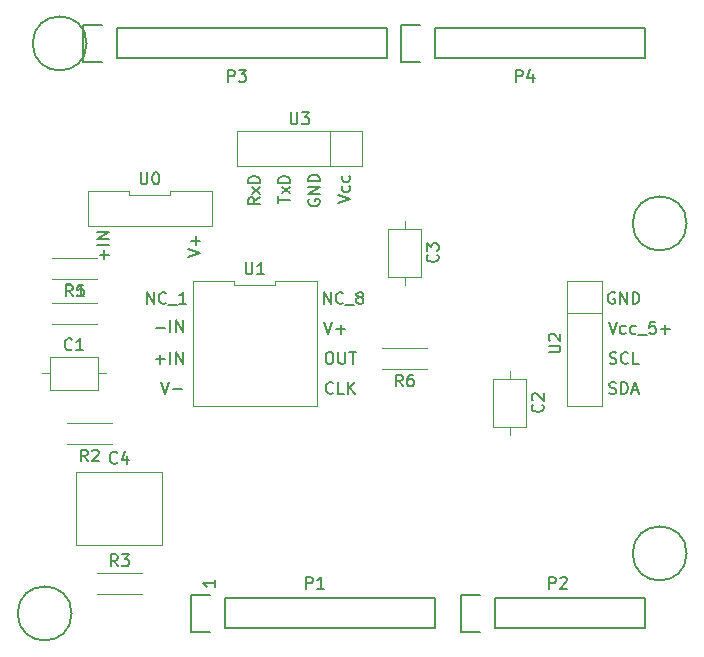
<source format=gbr>
G04 #@! TF.GenerationSoftware,KiCad,Pcbnew,(5.1.2)-2*
G04 #@! TF.CreationDate,2021-03-05T17:10:51+01:00*
G04 #@! TF.ProjectId,capteur,63617074-6575-4722-9e6b-696361645f70,rev?*
G04 #@! TF.SameCoordinates,Original*
G04 #@! TF.FileFunction,Legend,Top*
G04 #@! TF.FilePolarity,Positive*
%FSLAX46Y46*%
G04 Gerber Fmt 4.6, Leading zero omitted, Abs format (unit mm)*
G04 Created by KiCad (PCBNEW (5.1.2)-2) date 2021-03-05 17:10:51*
%MOMM*%
%LPD*%
G04 APERTURE LIST*
%ADD10C,0.150000*%
%ADD11C,0.120000*%
G04 APERTURE END LIST*
D10*
X139390380Y-120999285D02*
X139390380Y-121570714D01*
X139390380Y-121285000D02*
X138390380Y-121285000D01*
X138533238Y-121380238D01*
X138628476Y-121475476D01*
X138676095Y-121570714D01*
D11*
X149098000Y-85955000D02*
X149098000Y-82955000D01*
X151868000Y-82955000D02*
X151868000Y-85955000D01*
X141248000Y-82955000D02*
X151868000Y-82955000D01*
X141248000Y-85955000D02*
X141248000Y-82955000D01*
X151868000Y-85955000D02*
X141248000Y-85955000D01*
D10*
X140208000Y-125095000D02*
X157988000Y-125095000D01*
X157988000Y-125095000D02*
X157988000Y-122555000D01*
X157988000Y-122555000D02*
X140208000Y-122555000D01*
X137388000Y-125375000D02*
X138938000Y-125375000D01*
X140208000Y-125095000D02*
X140208000Y-122555000D01*
X138938000Y-122275000D02*
X137388000Y-122275000D01*
X137388000Y-122275000D02*
X137388000Y-125375000D01*
X163068000Y-125095000D02*
X175768000Y-125095000D01*
X175768000Y-125095000D02*
X175768000Y-122555000D01*
X175768000Y-122555000D02*
X163068000Y-122555000D01*
X160248000Y-125375000D02*
X161798000Y-125375000D01*
X163068000Y-125095000D02*
X163068000Y-122555000D01*
X161798000Y-122275000D02*
X160248000Y-122275000D01*
X160248000Y-122275000D02*
X160248000Y-125375000D01*
X131064000Y-76835000D02*
X153924000Y-76835000D01*
X153924000Y-76835000D02*
X153924000Y-74295000D01*
X153924000Y-74295000D02*
X131064000Y-74295000D01*
X128244000Y-77115000D02*
X129794000Y-77115000D01*
X131064000Y-76835000D02*
X131064000Y-74295000D01*
X129794000Y-74015000D02*
X128244000Y-74015000D01*
X128244000Y-74015000D02*
X128244000Y-77115000D01*
X157988000Y-76835000D02*
X175768000Y-76835000D01*
X175768000Y-76835000D02*
X175768000Y-74295000D01*
X175768000Y-74295000D02*
X157988000Y-74295000D01*
X155168000Y-77115000D02*
X156718000Y-77115000D01*
X157988000Y-76835000D02*
X157988000Y-74295000D01*
X156718000Y-74015000D02*
X155168000Y-74015000D01*
X155168000Y-74015000D02*
X155168000Y-77115000D01*
X127254000Y-123825000D02*
G75*
G03X127254000Y-123825000I-2286000J0D01*
G01*
X179324000Y-118745000D02*
G75*
G03X179324000Y-118745000I-2286000J0D01*
G01*
X128524000Y-75565000D02*
G75*
G03X128524000Y-75565000I-2286000J0D01*
G01*
X179324000Y-90805000D02*
G75*
G03X179324000Y-90805000I-2286000J0D01*
G01*
D11*
X125428000Y-102085000D02*
X125428000Y-104925000D01*
X125428000Y-104925000D02*
X129468000Y-104925000D01*
X129468000Y-104925000D02*
X129468000Y-102085000D01*
X129468000Y-102085000D02*
X125428000Y-102085000D01*
X124738000Y-103505000D02*
X125428000Y-103505000D01*
X130158000Y-103505000D02*
X129468000Y-103505000D01*
X164338000Y-108695000D02*
X164338000Y-108005000D01*
X164338000Y-103275000D02*
X164338000Y-103965000D01*
X165758000Y-108005000D02*
X165758000Y-103965000D01*
X162918000Y-108005000D02*
X165758000Y-108005000D01*
X162918000Y-103965000D02*
X162918000Y-108005000D01*
X165758000Y-103965000D02*
X162918000Y-103965000D01*
X156868000Y-91265000D02*
X154028000Y-91265000D01*
X154028000Y-91265000D02*
X154028000Y-95305000D01*
X154028000Y-95305000D02*
X156868000Y-95305000D01*
X156868000Y-95305000D02*
X156868000Y-91265000D01*
X155448000Y-90575000D02*
X155448000Y-91265000D01*
X155448000Y-95995000D02*
X155448000Y-95305000D01*
X127658000Y-111815000D02*
X134898000Y-111815000D01*
X127658000Y-118055000D02*
X134898000Y-118055000D01*
X127658000Y-111815000D02*
X127658000Y-118055000D01*
X134898000Y-111815000D02*
X134898000Y-118055000D01*
X125588000Y-97505000D02*
X129428000Y-97505000D01*
X125588000Y-99345000D02*
X129428000Y-99345000D01*
X130698000Y-109505000D02*
X126858000Y-109505000D01*
X130698000Y-107665000D02*
X126858000Y-107665000D01*
X129398000Y-122205000D02*
X133238000Y-122205000D01*
X129398000Y-120365000D02*
X133238000Y-120365000D01*
X129428000Y-95535000D02*
X125588000Y-95535000D01*
X129428000Y-93695000D02*
X125588000Y-93695000D01*
X157368000Y-101315000D02*
X153528000Y-101315000D01*
X157368000Y-103155000D02*
X153528000Y-103155000D01*
X128598000Y-88035000D02*
X128598000Y-91034999D01*
X128598000Y-91034999D02*
X139118000Y-91035000D01*
X139118000Y-91035000D02*
X139118000Y-88035001D01*
X139118000Y-88035001D02*
X135611333Y-88035000D01*
X135611333Y-88035000D02*
X135611333Y-88395000D01*
X135611333Y-88395000D02*
X132104667Y-88395000D01*
X132104667Y-88395000D02*
X132104667Y-88035000D01*
X132104667Y-88035000D02*
X128598000Y-88035000D01*
X137488000Y-95655000D02*
X137488000Y-106275000D01*
X137488000Y-106275000D02*
X148008000Y-106275000D01*
X148008000Y-106275000D02*
X148008000Y-95655000D01*
X148008000Y-95655000D02*
X144501333Y-95655000D01*
X144501333Y-95655000D02*
X144501333Y-96015000D01*
X144501333Y-96015000D02*
X140994667Y-96015000D01*
X140994667Y-96015000D02*
X140994667Y-95655000D01*
X140994667Y-95655000D02*
X137488000Y-95655000D01*
X172188000Y-95655000D02*
X172188000Y-106275000D01*
X172188000Y-106275000D02*
X169188000Y-106275000D01*
X169188000Y-106275000D02*
X169188000Y-95655000D01*
X169188000Y-95655000D02*
X172188000Y-95655000D01*
X172188000Y-98425000D02*
X169188000Y-98425000D01*
D10*
X145796095Y-81407380D02*
X145796095Y-82216904D01*
X145843714Y-82312142D01*
X145891333Y-82359761D01*
X145986571Y-82407380D01*
X146177047Y-82407380D01*
X146272285Y-82359761D01*
X146319904Y-82312142D01*
X146367523Y-82216904D01*
X146367523Y-81407380D01*
X146748476Y-81407380D02*
X147367523Y-81407380D01*
X147034190Y-81788333D01*
X147177047Y-81788333D01*
X147272285Y-81835952D01*
X147319904Y-81883571D01*
X147367523Y-81978809D01*
X147367523Y-82216904D01*
X147319904Y-82312142D01*
X147272285Y-82359761D01*
X147177047Y-82407380D01*
X146891333Y-82407380D01*
X146796095Y-82359761D01*
X146748476Y-82312142D01*
X143200380Y-88606238D02*
X142724190Y-88939571D01*
X143200380Y-89177666D02*
X142200380Y-89177666D01*
X142200380Y-88796714D01*
X142248000Y-88701476D01*
X142295619Y-88653857D01*
X142390857Y-88606238D01*
X142533714Y-88606238D01*
X142628952Y-88653857D01*
X142676571Y-88701476D01*
X142724190Y-88796714D01*
X142724190Y-89177666D01*
X143200380Y-88272904D02*
X142533714Y-87749095D01*
X142533714Y-88272904D02*
X143200380Y-87749095D01*
X143200380Y-87368142D02*
X142200380Y-87368142D01*
X142200380Y-87130047D01*
X142248000Y-86987190D01*
X142343238Y-86891952D01*
X142438476Y-86844333D01*
X142628952Y-86796714D01*
X142771809Y-86796714D01*
X142962285Y-86844333D01*
X143057523Y-86891952D01*
X143152761Y-86987190D01*
X143200380Y-87130047D01*
X143200380Y-87368142D01*
X144740380Y-89074476D02*
X144740380Y-88503047D01*
X145740380Y-88788761D02*
X144740380Y-88788761D01*
X145740380Y-88264952D02*
X145073714Y-87741142D01*
X145073714Y-88264952D02*
X145740380Y-87741142D01*
X145740380Y-87360190D02*
X144740380Y-87360190D01*
X144740380Y-87122095D01*
X144788000Y-86979238D01*
X144883238Y-86884000D01*
X144978476Y-86836380D01*
X145168952Y-86788761D01*
X145311809Y-86788761D01*
X145502285Y-86836380D01*
X145597523Y-86884000D01*
X145692761Y-86979238D01*
X145740380Y-87122095D01*
X145740380Y-87360190D01*
X149820380Y-89074476D02*
X150820380Y-88741142D01*
X149820380Y-88407809D01*
X150772761Y-87645904D02*
X150820380Y-87741142D01*
X150820380Y-87931619D01*
X150772761Y-88026857D01*
X150725142Y-88074476D01*
X150629904Y-88122095D01*
X150344190Y-88122095D01*
X150248952Y-88074476D01*
X150201333Y-88026857D01*
X150153714Y-87931619D01*
X150153714Y-87741142D01*
X150201333Y-87645904D01*
X150772761Y-86788761D02*
X150820380Y-86884000D01*
X150820380Y-87074476D01*
X150772761Y-87169714D01*
X150725142Y-87217333D01*
X150629904Y-87264952D01*
X150344190Y-87264952D01*
X150248952Y-87217333D01*
X150201333Y-87169714D01*
X150153714Y-87074476D01*
X150153714Y-86884000D01*
X150201333Y-86788761D01*
X147328000Y-88772904D02*
X147280380Y-88868142D01*
X147280380Y-89011000D01*
X147328000Y-89153857D01*
X147423238Y-89249095D01*
X147518476Y-89296714D01*
X147708952Y-89344333D01*
X147851809Y-89344333D01*
X148042285Y-89296714D01*
X148137523Y-89249095D01*
X148232761Y-89153857D01*
X148280380Y-89011000D01*
X148280380Y-88915761D01*
X148232761Y-88772904D01*
X148185142Y-88725285D01*
X147851809Y-88725285D01*
X147851809Y-88915761D01*
X148280380Y-88296714D02*
X147280380Y-88296714D01*
X148280380Y-87725285D01*
X147280380Y-87725285D01*
X148280380Y-87249095D02*
X147280380Y-87249095D01*
X147280380Y-87011000D01*
X147328000Y-86868142D01*
X147423238Y-86772904D01*
X147518476Y-86725285D01*
X147708952Y-86677666D01*
X147851809Y-86677666D01*
X148042285Y-86725285D01*
X148137523Y-86772904D01*
X148232761Y-86868142D01*
X148280380Y-87011000D01*
X148280380Y-87249095D01*
X147089904Y-121737380D02*
X147089904Y-120737380D01*
X147470857Y-120737380D01*
X147566095Y-120785000D01*
X147613714Y-120832619D01*
X147661333Y-120927857D01*
X147661333Y-121070714D01*
X147613714Y-121165952D01*
X147566095Y-121213571D01*
X147470857Y-121261190D01*
X147089904Y-121261190D01*
X148613714Y-121737380D02*
X148042285Y-121737380D01*
X148328000Y-121737380D02*
X148328000Y-120737380D01*
X148232761Y-120880238D01*
X148137523Y-120975476D01*
X148042285Y-121023095D01*
X167663904Y-121737380D02*
X167663904Y-120737380D01*
X168044857Y-120737380D01*
X168140095Y-120785000D01*
X168187714Y-120832619D01*
X168235333Y-120927857D01*
X168235333Y-121070714D01*
X168187714Y-121165952D01*
X168140095Y-121213571D01*
X168044857Y-121261190D01*
X167663904Y-121261190D01*
X168616285Y-120832619D02*
X168663904Y-120785000D01*
X168759142Y-120737380D01*
X168997238Y-120737380D01*
X169092476Y-120785000D01*
X169140095Y-120832619D01*
X169187714Y-120927857D01*
X169187714Y-121023095D01*
X169140095Y-121165952D01*
X168568666Y-121737380D01*
X169187714Y-121737380D01*
X140485904Y-78811380D02*
X140485904Y-77811380D01*
X140866857Y-77811380D01*
X140962095Y-77859000D01*
X141009714Y-77906619D01*
X141057333Y-78001857D01*
X141057333Y-78144714D01*
X141009714Y-78239952D01*
X140962095Y-78287571D01*
X140866857Y-78335190D01*
X140485904Y-78335190D01*
X141390666Y-77811380D02*
X142009714Y-77811380D01*
X141676380Y-78192333D01*
X141819238Y-78192333D01*
X141914476Y-78239952D01*
X141962095Y-78287571D01*
X142009714Y-78382809D01*
X142009714Y-78620904D01*
X141962095Y-78716142D01*
X141914476Y-78763761D01*
X141819238Y-78811380D01*
X141533523Y-78811380D01*
X141438285Y-78763761D01*
X141390666Y-78716142D01*
X164869904Y-78811380D02*
X164869904Y-77811380D01*
X165250857Y-77811380D01*
X165346095Y-77859000D01*
X165393714Y-77906619D01*
X165441333Y-78001857D01*
X165441333Y-78144714D01*
X165393714Y-78239952D01*
X165346095Y-78287571D01*
X165250857Y-78335190D01*
X164869904Y-78335190D01*
X166298476Y-78144714D02*
X166298476Y-78811380D01*
X166060380Y-77763761D02*
X165822285Y-78478047D01*
X166441333Y-78478047D01*
X127281333Y-101442142D02*
X127233714Y-101489761D01*
X127090857Y-101537380D01*
X126995619Y-101537380D01*
X126852761Y-101489761D01*
X126757523Y-101394523D01*
X126709904Y-101299285D01*
X126662285Y-101108809D01*
X126662285Y-100965952D01*
X126709904Y-100775476D01*
X126757523Y-100680238D01*
X126852761Y-100585000D01*
X126995619Y-100537380D01*
X127090857Y-100537380D01*
X127233714Y-100585000D01*
X127281333Y-100632619D01*
X128233714Y-101537380D02*
X127662285Y-101537380D01*
X127948000Y-101537380D02*
X127948000Y-100537380D01*
X127852761Y-100680238D01*
X127757523Y-100775476D01*
X127662285Y-100823095D01*
X167115142Y-106151666D02*
X167162761Y-106199285D01*
X167210380Y-106342142D01*
X167210380Y-106437380D01*
X167162761Y-106580238D01*
X167067523Y-106675476D01*
X166972285Y-106723095D01*
X166781809Y-106770714D01*
X166638952Y-106770714D01*
X166448476Y-106723095D01*
X166353238Y-106675476D01*
X166258000Y-106580238D01*
X166210380Y-106437380D01*
X166210380Y-106342142D01*
X166258000Y-106199285D01*
X166305619Y-106151666D01*
X166305619Y-105770714D02*
X166258000Y-105723095D01*
X166210380Y-105627857D01*
X166210380Y-105389761D01*
X166258000Y-105294523D01*
X166305619Y-105246904D01*
X166400857Y-105199285D01*
X166496095Y-105199285D01*
X166638952Y-105246904D01*
X167210380Y-105818333D01*
X167210380Y-105199285D01*
X158225142Y-93451666D02*
X158272761Y-93499285D01*
X158320380Y-93642142D01*
X158320380Y-93737380D01*
X158272761Y-93880238D01*
X158177523Y-93975476D01*
X158082285Y-94023095D01*
X157891809Y-94070714D01*
X157748952Y-94070714D01*
X157558476Y-94023095D01*
X157463238Y-93975476D01*
X157368000Y-93880238D01*
X157320380Y-93737380D01*
X157320380Y-93642142D01*
X157368000Y-93499285D01*
X157415619Y-93451666D01*
X157320380Y-93118333D02*
X157320380Y-92499285D01*
X157701333Y-92832619D01*
X157701333Y-92689761D01*
X157748952Y-92594523D01*
X157796571Y-92546904D01*
X157891809Y-92499285D01*
X158129904Y-92499285D01*
X158225142Y-92546904D01*
X158272761Y-92594523D01*
X158320380Y-92689761D01*
X158320380Y-92975476D01*
X158272761Y-93070714D01*
X158225142Y-93118333D01*
X131111333Y-111042142D02*
X131063714Y-111089761D01*
X130920857Y-111137380D01*
X130825619Y-111137380D01*
X130682761Y-111089761D01*
X130587523Y-110994523D01*
X130539904Y-110899285D01*
X130492285Y-110708809D01*
X130492285Y-110565952D01*
X130539904Y-110375476D01*
X130587523Y-110280238D01*
X130682761Y-110185000D01*
X130825619Y-110137380D01*
X130920857Y-110137380D01*
X131063714Y-110185000D01*
X131111333Y-110232619D01*
X131968476Y-110470714D02*
X131968476Y-111137380D01*
X131730380Y-110089761D02*
X131492285Y-110804047D01*
X132111333Y-110804047D01*
X127341333Y-96957380D02*
X127008000Y-96481190D01*
X126769904Y-96957380D02*
X126769904Y-95957380D01*
X127150857Y-95957380D01*
X127246095Y-96005000D01*
X127293714Y-96052619D01*
X127341333Y-96147857D01*
X127341333Y-96290714D01*
X127293714Y-96385952D01*
X127246095Y-96433571D01*
X127150857Y-96481190D01*
X126769904Y-96481190D01*
X128293714Y-96957380D02*
X127722285Y-96957380D01*
X128008000Y-96957380D02*
X128008000Y-95957380D01*
X127912761Y-96100238D01*
X127817523Y-96195476D01*
X127722285Y-96243095D01*
X128611333Y-110957380D02*
X128278000Y-110481190D01*
X128039904Y-110957380D02*
X128039904Y-109957380D01*
X128420857Y-109957380D01*
X128516095Y-110005000D01*
X128563714Y-110052619D01*
X128611333Y-110147857D01*
X128611333Y-110290714D01*
X128563714Y-110385952D01*
X128516095Y-110433571D01*
X128420857Y-110481190D01*
X128039904Y-110481190D01*
X128992285Y-110052619D02*
X129039904Y-110005000D01*
X129135142Y-109957380D01*
X129373238Y-109957380D01*
X129468476Y-110005000D01*
X129516095Y-110052619D01*
X129563714Y-110147857D01*
X129563714Y-110243095D01*
X129516095Y-110385952D01*
X128944666Y-110957380D01*
X129563714Y-110957380D01*
X131151333Y-119817380D02*
X130818000Y-119341190D01*
X130579904Y-119817380D02*
X130579904Y-118817380D01*
X130960857Y-118817380D01*
X131056095Y-118865000D01*
X131103714Y-118912619D01*
X131151333Y-119007857D01*
X131151333Y-119150714D01*
X131103714Y-119245952D01*
X131056095Y-119293571D01*
X130960857Y-119341190D01*
X130579904Y-119341190D01*
X131484666Y-118817380D02*
X132103714Y-118817380D01*
X131770380Y-119198333D01*
X131913238Y-119198333D01*
X132008476Y-119245952D01*
X132056095Y-119293571D01*
X132103714Y-119388809D01*
X132103714Y-119626904D01*
X132056095Y-119722142D01*
X132008476Y-119769761D01*
X131913238Y-119817380D01*
X131627523Y-119817380D01*
X131532285Y-119769761D01*
X131484666Y-119722142D01*
X127341333Y-96987380D02*
X127008000Y-96511190D01*
X126769904Y-96987380D02*
X126769904Y-95987380D01*
X127150857Y-95987380D01*
X127246095Y-96035000D01*
X127293714Y-96082619D01*
X127341333Y-96177857D01*
X127341333Y-96320714D01*
X127293714Y-96415952D01*
X127246095Y-96463571D01*
X127150857Y-96511190D01*
X126769904Y-96511190D01*
X128246095Y-95987380D02*
X127769904Y-95987380D01*
X127722285Y-96463571D01*
X127769904Y-96415952D01*
X127865142Y-96368333D01*
X128103238Y-96368333D01*
X128198476Y-96415952D01*
X128246095Y-96463571D01*
X128293714Y-96558809D01*
X128293714Y-96796904D01*
X128246095Y-96892142D01*
X128198476Y-96939761D01*
X128103238Y-96987380D01*
X127865142Y-96987380D01*
X127769904Y-96939761D01*
X127722285Y-96892142D01*
X155281333Y-104607380D02*
X154948000Y-104131190D01*
X154709904Y-104607380D02*
X154709904Y-103607380D01*
X155090857Y-103607380D01*
X155186095Y-103655000D01*
X155233714Y-103702619D01*
X155281333Y-103797857D01*
X155281333Y-103940714D01*
X155233714Y-104035952D01*
X155186095Y-104083571D01*
X155090857Y-104131190D01*
X154709904Y-104131190D01*
X156138476Y-103607380D02*
X155948000Y-103607380D01*
X155852761Y-103655000D01*
X155805142Y-103702619D01*
X155709904Y-103845476D01*
X155662285Y-104035952D01*
X155662285Y-104416904D01*
X155709904Y-104512142D01*
X155757523Y-104559761D01*
X155852761Y-104607380D01*
X156043238Y-104607380D01*
X156138476Y-104559761D01*
X156186095Y-104512142D01*
X156233714Y-104416904D01*
X156233714Y-104178809D01*
X156186095Y-104083571D01*
X156138476Y-104035952D01*
X156043238Y-103988333D01*
X155852761Y-103988333D01*
X155757523Y-104035952D01*
X155709904Y-104083571D01*
X155662285Y-104178809D01*
X133096095Y-86487380D02*
X133096095Y-87296904D01*
X133143714Y-87392142D01*
X133191333Y-87439761D01*
X133286571Y-87487380D01*
X133477047Y-87487380D01*
X133572285Y-87439761D01*
X133619904Y-87392142D01*
X133667523Y-87296904D01*
X133667523Y-86487380D01*
X134334190Y-86487380D02*
X134429428Y-86487380D01*
X134524666Y-86535000D01*
X134572285Y-86582619D01*
X134619904Y-86677857D01*
X134667523Y-86868333D01*
X134667523Y-87106428D01*
X134619904Y-87296904D01*
X134572285Y-87392142D01*
X134524666Y-87439761D01*
X134429428Y-87487380D01*
X134334190Y-87487380D01*
X134238952Y-87439761D01*
X134191333Y-87392142D01*
X134143714Y-87296904D01*
X134096095Y-87106428D01*
X134096095Y-86868333D01*
X134143714Y-86677857D01*
X134191333Y-86582619D01*
X134238952Y-86535000D01*
X134334190Y-86487380D01*
X129992428Y-93852857D02*
X129992428Y-93090952D01*
X130373380Y-93471904D02*
X129611476Y-93471904D01*
X130373380Y-92614761D02*
X129373380Y-92614761D01*
X130373380Y-92138571D02*
X129373380Y-92138571D01*
X130373380Y-91567142D01*
X129373380Y-91567142D01*
X137120380Y-93662380D02*
X138120380Y-93329047D01*
X137120380Y-92995714D01*
X137739428Y-92662380D02*
X137739428Y-91900476D01*
X138120380Y-92281428D02*
X137358476Y-92281428D01*
X141986095Y-94107380D02*
X141986095Y-94916904D01*
X142033714Y-95012142D01*
X142081333Y-95059761D01*
X142176571Y-95107380D01*
X142367047Y-95107380D01*
X142462285Y-95059761D01*
X142509904Y-95012142D01*
X142557523Y-94916904D01*
X142557523Y-94107380D01*
X143557523Y-95107380D02*
X142986095Y-95107380D01*
X143271809Y-95107380D02*
X143271809Y-94107380D01*
X143176571Y-94250238D01*
X143081333Y-94345476D01*
X142986095Y-94393095D01*
X133612142Y-97607380D02*
X133612142Y-96607380D01*
X134183571Y-97607380D01*
X134183571Y-96607380D01*
X135231190Y-97512142D02*
X135183571Y-97559761D01*
X135040714Y-97607380D01*
X134945476Y-97607380D01*
X134802619Y-97559761D01*
X134707380Y-97464523D01*
X134659761Y-97369285D01*
X134612142Y-97178809D01*
X134612142Y-97035952D01*
X134659761Y-96845476D01*
X134707380Y-96750238D01*
X134802619Y-96655000D01*
X134945476Y-96607380D01*
X135040714Y-96607380D01*
X135183571Y-96655000D01*
X135231190Y-96702619D01*
X135421666Y-97702619D02*
X136183571Y-97702619D01*
X136945476Y-97607380D02*
X136374047Y-97607380D01*
X136659761Y-97607380D02*
X136659761Y-96607380D01*
X136564523Y-96750238D01*
X136469285Y-96845476D01*
X136374047Y-96893095D01*
X134366142Y-99639428D02*
X135128047Y-99639428D01*
X135604238Y-100020380D02*
X135604238Y-99020380D01*
X136080428Y-100020380D02*
X136080428Y-99020380D01*
X136651857Y-100020380D01*
X136651857Y-99020380D01*
X134366142Y-102306428D02*
X135128047Y-102306428D01*
X134747095Y-102687380D02*
X134747095Y-101925476D01*
X135604238Y-102687380D02*
X135604238Y-101687380D01*
X136080428Y-102687380D02*
X136080428Y-101687380D01*
X136651857Y-102687380D01*
X136651857Y-101687380D01*
X134810619Y-104227380D02*
X135143952Y-105227380D01*
X135477285Y-104227380D01*
X135810619Y-104846428D02*
X136572523Y-104846428D01*
X148598142Y-97607380D02*
X148598142Y-96607380D01*
X149169571Y-97607380D01*
X149169571Y-96607380D01*
X150217190Y-97512142D02*
X150169571Y-97559761D01*
X150026714Y-97607380D01*
X149931476Y-97607380D01*
X149788619Y-97559761D01*
X149693380Y-97464523D01*
X149645761Y-97369285D01*
X149598142Y-97178809D01*
X149598142Y-97035952D01*
X149645761Y-96845476D01*
X149693380Y-96750238D01*
X149788619Y-96655000D01*
X149931476Y-96607380D01*
X150026714Y-96607380D01*
X150169571Y-96655000D01*
X150217190Y-96702619D01*
X150407666Y-97702619D02*
X151169571Y-97702619D01*
X151550523Y-97035952D02*
X151455285Y-96988333D01*
X151407666Y-96940714D01*
X151360047Y-96845476D01*
X151360047Y-96797857D01*
X151407666Y-96702619D01*
X151455285Y-96655000D01*
X151550523Y-96607380D01*
X151741000Y-96607380D01*
X151836238Y-96655000D01*
X151883857Y-96702619D01*
X151931476Y-96797857D01*
X151931476Y-96845476D01*
X151883857Y-96940714D01*
X151836238Y-96988333D01*
X151741000Y-97035952D01*
X151550523Y-97035952D01*
X151455285Y-97083571D01*
X151407666Y-97131190D01*
X151360047Y-97226428D01*
X151360047Y-97416904D01*
X151407666Y-97512142D01*
X151455285Y-97559761D01*
X151550523Y-97607380D01*
X151741000Y-97607380D01*
X151836238Y-97559761D01*
X151883857Y-97512142D01*
X151931476Y-97416904D01*
X151931476Y-97226428D01*
X151883857Y-97131190D01*
X151836238Y-97083571D01*
X151741000Y-97035952D01*
X148653619Y-99147380D02*
X148986952Y-100147380D01*
X149320285Y-99147380D01*
X149653619Y-99766428D02*
X150415523Y-99766428D01*
X150034571Y-100147380D02*
X150034571Y-99385476D01*
X148987000Y-101687380D02*
X149177476Y-101687380D01*
X149272714Y-101735000D01*
X149367952Y-101830238D01*
X149415571Y-102020714D01*
X149415571Y-102354047D01*
X149367952Y-102544523D01*
X149272714Y-102639761D01*
X149177476Y-102687380D01*
X148987000Y-102687380D01*
X148891761Y-102639761D01*
X148796523Y-102544523D01*
X148748904Y-102354047D01*
X148748904Y-102020714D01*
X148796523Y-101830238D01*
X148891761Y-101735000D01*
X148987000Y-101687380D01*
X149844142Y-101687380D02*
X149844142Y-102496904D01*
X149891761Y-102592142D01*
X149939380Y-102639761D01*
X150034619Y-102687380D01*
X150225095Y-102687380D01*
X150320333Y-102639761D01*
X150367952Y-102592142D01*
X150415571Y-102496904D01*
X150415571Y-101687380D01*
X150748904Y-101687380D02*
X151320333Y-101687380D01*
X151034619Y-102687380D02*
X151034619Y-101687380D01*
X149391761Y-105132142D02*
X149344142Y-105179761D01*
X149201285Y-105227380D01*
X149106047Y-105227380D01*
X148963190Y-105179761D01*
X148867952Y-105084523D01*
X148820333Y-104989285D01*
X148772714Y-104798809D01*
X148772714Y-104655952D01*
X148820333Y-104465476D01*
X148867952Y-104370238D01*
X148963190Y-104275000D01*
X149106047Y-104227380D01*
X149201285Y-104227380D01*
X149344142Y-104275000D01*
X149391761Y-104322619D01*
X150296523Y-105227380D02*
X149820333Y-105227380D01*
X149820333Y-104227380D01*
X150629857Y-105227380D02*
X150629857Y-104227380D01*
X151201285Y-105227380D02*
X150772714Y-104655952D01*
X151201285Y-104227380D02*
X150629857Y-104798809D01*
X167640380Y-101726904D02*
X168449904Y-101726904D01*
X168545142Y-101679285D01*
X168592761Y-101631666D01*
X168640380Y-101536428D01*
X168640380Y-101345952D01*
X168592761Y-101250714D01*
X168545142Y-101203095D01*
X168449904Y-101155476D01*
X167640380Y-101155476D01*
X167735619Y-100726904D02*
X167688000Y-100679285D01*
X167640380Y-100584047D01*
X167640380Y-100345952D01*
X167688000Y-100250714D01*
X167735619Y-100203095D01*
X167830857Y-100155476D01*
X167926095Y-100155476D01*
X168068952Y-100203095D01*
X168640380Y-100774523D01*
X168640380Y-100155476D01*
X173228095Y-96655000D02*
X173132857Y-96607380D01*
X172990000Y-96607380D01*
X172847142Y-96655000D01*
X172751904Y-96750238D01*
X172704285Y-96845476D01*
X172656666Y-97035952D01*
X172656666Y-97178809D01*
X172704285Y-97369285D01*
X172751904Y-97464523D01*
X172847142Y-97559761D01*
X172990000Y-97607380D01*
X173085238Y-97607380D01*
X173228095Y-97559761D01*
X173275714Y-97512142D01*
X173275714Y-97178809D01*
X173085238Y-97178809D01*
X173704285Y-97607380D02*
X173704285Y-96607380D01*
X174275714Y-97607380D01*
X174275714Y-96607380D01*
X174751904Y-97607380D02*
X174751904Y-96607380D01*
X174990000Y-96607380D01*
X175132857Y-96655000D01*
X175228095Y-96750238D01*
X175275714Y-96845476D01*
X175323333Y-97035952D01*
X175323333Y-97178809D01*
X175275714Y-97369285D01*
X175228095Y-97464523D01*
X175132857Y-97559761D01*
X174990000Y-97607380D01*
X174751904Y-97607380D01*
X172720333Y-99147380D02*
X173053666Y-100147380D01*
X173387000Y-99147380D01*
X174148904Y-100099761D02*
X174053666Y-100147380D01*
X173863190Y-100147380D01*
X173767952Y-100099761D01*
X173720333Y-100052142D01*
X173672714Y-99956904D01*
X173672714Y-99671190D01*
X173720333Y-99575952D01*
X173767952Y-99528333D01*
X173863190Y-99480714D01*
X174053666Y-99480714D01*
X174148904Y-99528333D01*
X175006047Y-100099761D02*
X174910809Y-100147380D01*
X174720333Y-100147380D01*
X174625095Y-100099761D01*
X174577476Y-100052142D01*
X174529857Y-99956904D01*
X174529857Y-99671190D01*
X174577476Y-99575952D01*
X174625095Y-99528333D01*
X174720333Y-99480714D01*
X174910809Y-99480714D01*
X175006047Y-99528333D01*
X175196523Y-100242619D02*
X175958428Y-100242619D01*
X176672714Y-99147380D02*
X176196523Y-99147380D01*
X176148904Y-99623571D01*
X176196523Y-99575952D01*
X176291761Y-99528333D01*
X176529857Y-99528333D01*
X176625095Y-99575952D01*
X176672714Y-99623571D01*
X176720333Y-99718809D01*
X176720333Y-99956904D01*
X176672714Y-100052142D01*
X176625095Y-100099761D01*
X176529857Y-100147380D01*
X176291761Y-100147380D01*
X176196523Y-100099761D01*
X176148904Y-100052142D01*
X177148904Y-99766428D02*
X177910809Y-99766428D01*
X177529857Y-100147380D02*
X177529857Y-99385476D01*
X172799523Y-102639761D02*
X172942380Y-102687380D01*
X173180476Y-102687380D01*
X173275714Y-102639761D01*
X173323333Y-102592142D01*
X173370952Y-102496904D01*
X173370952Y-102401666D01*
X173323333Y-102306428D01*
X173275714Y-102258809D01*
X173180476Y-102211190D01*
X172990000Y-102163571D01*
X172894761Y-102115952D01*
X172847142Y-102068333D01*
X172799523Y-101973095D01*
X172799523Y-101877857D01*
X172847142Y-101782619D01*
X172894761Y-101735000D01*
X172990000Y-101687380D01*
X173228095Y-101687380D01*
X173370952Y-101735000D01*
X174370952Y-102592142D02*
X174323333Y-102639761D01*
X174180476Y-102687380D01*
X174085238Y-102687380D01*
X173942380Y-102639761D01*
X173847142Y-102544523D01*
X173799523Y-102449285D01*
X173751904Y-102258809D01*
X173751904Y-102115952D01*
X173799523Y-101925476D01*
X173847142Y-101830238D01*
X173942380Y-101735000D01*
X174085238Y-101687380D01*
X174180476Y-101687380D01*
X174323333Y-101735000D01*
X174370952Y-101782619D01*
X175275714Y-102687380D02*
X174799523Y-102687380D01*
X174799523Y-101687380D01*
X172775714Y-105179761D02*
X172918571Y-105227380D01*
X173156666Y-105227380D01*
X173251904Y-105179761D01*
X173299523Y-105132142D01*
X173347142Y-105036904D01*
X173347142Y-104941666D01*
X173299523Y-104846428D01*
X173251904Y-104798809D01*
X173156666Y-104751190D01*
X172966190Y-104703571D01*
X172870952Y-104655952D01*
X172823333Y-104608333D01*
X172775714Y-104513095D01*
X172775714Y-104417857D01*
X172823333Y-104322619D01*
X172870952Y-104275000D01*
X172966190Y-104227380D01*
X173204285Y-104227380D01*
X173347142Y-104275000D01*
X173775714Y-105227380D02*
X173775714Y-104227380D01*
X174013809Y-104227380D01*
X174156666Y-104275000D01*
X174251904Y-104370238D01*
X174299523Y-104465476D01*
X174347142Y-104655952D01*
X174347142Y-104798809D01*
X174299523Y-104989285D01*
X174251904Y-105084523D01*
X174156666Y-105179761D01*
X174013809Y-105227380D01*
X173775714Y-105227380D01*
X174728095Y-104941666D02*
X175204285Y-104941666D01*
X174632857Y-105227380D02*
X174966190Y-104227380D01*
X175299523Y-105227380D01*
M02*

</source>
